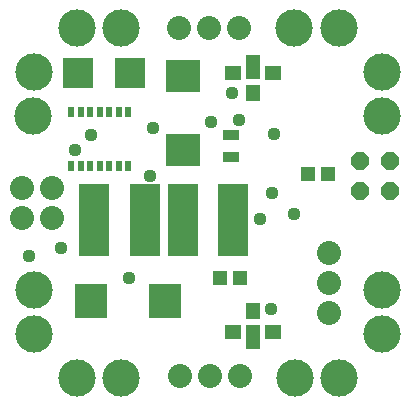
<source format=gts>
G75*
G70*
%OFA0B0*%
%FSLAX24Y24*%
%IPPOS*%
%LPD*%
%AMOC8*
5,1,8,0,0,1.08239X$1,22.5*
%
%ADD10C,0.1241*%
%ADD11R,0.0217X0.0375*%
%ADD12R,0.0532X0.0375*%
%ADD13R,0.1044X0.2422*%
%ADD14R,0.1123X0.1064*%
%ADD15R,0.0493X0.0454*%
%ADD16R,0.1005X0.1005*%
%ADD17R,0.1064X0.1123*%
%ADD18C,0.0800*%
%ADD19OC8,0.0600*%
%ADD20R,0.0532X0.0454*%
%ADD21R,0.0454X0.0532*%
%ADD22R,0.0454X0.0847*%
%ADD23C,0.0440*%
D10*
X001371Y002690D03*
X002820Y001245D03*
X004280Y001241D03*
X001371Y004166D03*
X001363Y009977D03*
X001367Y011442D03*
X002820Y012898D03*
X004284Y012894D03*
X010060Y012894D03*
X011532Y012894D03*
X012981Y011442D03*
X012977Y009977D03*
X012977Y004162D03*
X012981Y002702D03*
X011532Y001241D03*
X010064Y001241D03*
D11*
X004513Y008292D03*
X004198Y008292D03*
X003883Y008292D03*
X003568Y008292D03*
X003253Y008292D03*
X002938Y008292D03*
X002623Y008292D03*
X002623Y010103D03*
X002938Y010103D03*
X003253Y010103D03*
X003568Y010103D03*
X003883Y010103D03*
X004198Y010103D03*
X004513Y010103D03*
D12*
X007938Y009316D03*
X007938Y008607D03*
D13*
X008030Y006487D03*
X006337Y006487D03*
X005066Y006491D03*
X003373Y006491D03*
D14*
X006363Y008816D03*
X006363Y011312D03*
D15*
X010505Y008028D03*
X011174Y008028D03*
X008233Y004552D03*
X007564Y004552D03*
D16*
X004591Y011402D03*
X002859Y011402D03*
D17*
X003265Y003804D03*
X005761Y003804D03*
D18*
X006253Y001284D03*
X007253Y001284D03*
X008253Y001284D03*
X011209Y003410D03*
X011209Y004410D03*
X011209Y005410D03*
X008206Y012898D03*
X007206Y012898D03*
X006206Y012898D03*
X001977Y007576D03*
X000977Y007576D03*
X000973Y006576D03*
X001973Y006576D03*
D19*
X012245Y007457D03*
X013245Y007457D03*
X013245Y008457D03*
X012245Y008457D03*
D20*
X009355Y011402D03*
X008017Y011402D03*
X008017Y002780D03*
X009355Y002780D03*
D21*
X008686Y003450D03*
X008686Y010733D03*
D22*
X008686Y011599D03*
X008686Y002583D03*
D23*
X009276Y003528D03*
X008918Y006524D03*
X009316Y007387D03*
X010056Y006682D03*
X009383Y009363D03*
X008213Y009828D03*
X007977Y010733D03*
X007269Y009749D03*
X005339Y009552D03*
X005261Y007977D03*
X003292Y009316D03*
X002741Y008843D03*
X002280Y005580D03*
X001198Y005304D03*
X004552Y004552D03*
M02*

</source>
